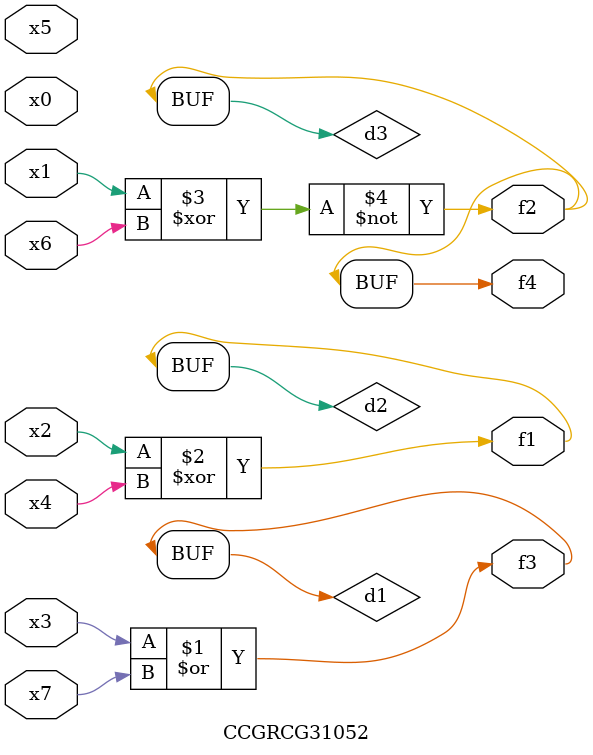
<source format=v>
module CCGRCG31052(
	input x0, x1, x2, x3, x4, x5, x6, x7,
	output f1, f2, f3, f4
);

	wire d1, d2, d3;

	or (d1, x3, x7);
	xor (d2, x2, x4);
	xnor (d3, x1, x6);
	assign f1 = d2;
	assign f2 = d3;
	assign f3 = d1;
	assign f4 = d3;
endmodule

</source>
